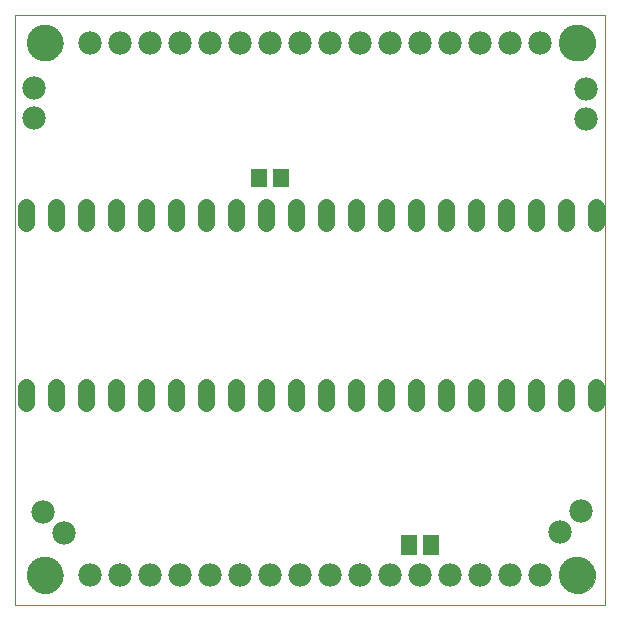
<source format=gbs>
G75*
%MOIN*%
%OFA0B0*%
%FSLAX24Y24*%
%IPPOS*%
%LPD*%
%AMOC8*
5,1,8,0,0,1.08239X$1,22.5*
%
%ADD10C,0.0000*%
%ADD11C,0.1221*%
%ADD12C,0.0780*%
%ADD13C,0.0560*%
%ADD14R,0.0552X0.0631*%
%ADD15R,0.0552X0.0670*%
D10*
X000255Y000100D02*
X000255Y019785D01*
X019940Y019785D01*
X019940Y000100D01*
X000255Y000100D01*
X000664Y001100D02*
X000666Y001148D01*
X000672Y001196D01*
X000682Y001243D01*
X000695Y001289D01*
X000713Y001334D01*
X000733Y001378D01*
X000758Y001420D01*
X000786Y001459D01*
X000816Y001496D01*
X000850Y001530D01*
X000887Y001562D01*
X000925Y001591D01*
X000966Y001616D01*
X001009Y001638D01*
X001054Y001656D01*
X001100Y001670D01*
X001147Y001681D01*
X001195Y001688D01*
X001243Y001691D01*
X001291Y001690D01*
X001339Y001685D01*
X001387Y001676D01*
X001433Y001664D01*
X001478Y001647D01*
X001522Y001627D01*
X001564Y001604D01*
X001604Y001577D01*
X001642Y001547D01*
X001677Y001514D01*
X001709Y001478D01*
X001739Y001440D01*
X001765Y001399D01*
X001787Y001356D01*
X001807Y001312D01*
X001822Y001267D01*
X001834Y001220D01*
X001842Y001172D01*
X001846Y001124D01*
X001846Y001076D01*
X001842Y001028D01*
X001834Y000980D01*
X001822Y000933D01*
X001807Y000888D01*
X001787Y000844D01*
X001765Y000801D01*
X001739Y000760D01*
X001709Y000722D01*
X001677Y000686D01*
X001642Y000653D01*
X001604Y000623D01*
X001564Y000596D01*
X001522Y000573D01*
X001478Y000553D01*
X001433Y000536D01*
X001387Y000524D01*
X001339Y000515D01*
X001291Y000510D01*
X001243Y000509D01*
X001195Y000512D01*
X001147Y000519D01*
X001100Y000530D01*
X001054Y000544D01*
X001009Y000562D01*
X000966Y000584D01*
X000925Y000609D01*
X000887Y000638D01*
X000850Y000670D01*
X000816Y000704D01*
X000786Y000741D01*
X000758Y000780D01*
X000733Y000822D01*
X000713Y000866D01*
X000695Y000911D01*
X000682Y000957D01*
X000672Y001004D01*
X000666Y001052D01*
X000664Y001100D01*
X000664Y018850D02*
X000666Y018898D01*
X000672Y018946D01*
X000682Y018993D01*
X000695Y019039D01*
X000713Y019084D01*
X000733Y019128D01*
X000758Y019170D01*
X000786Y019209D01*
X000816Y019246D01*
X000850Y019280D01*
X000887Y019312D01*
X000925Y019341D01*
X000966Y019366D01*
X001009Y019388D01*
X001054Y019406D01*
X001100Y019420D01*
X001147Y019431D01*
X001195Y019438D01*
X001243Y019441D01*
X001291Y019440D01*
X001339Y019435D01*
X001387Y019426D01*
X001433Y019414D01*
X001478Y019397D01*
X001522Y019377D01*
X001564Y019354D01*
X001604Y019327D01*
X001642Y019297D01*
X001677Y019264D01*
X001709Y019228D01*
X001739Y019190D01*
X001765Y019149D01*
X001787Y019106D01*
X001807Y019062D01*
X001822Y019017D01*
X001834Y018970D01*
X001842Y018922D01*
X001846Y018874D01*
X001846Y018826D01*
X001842Y018778D01*
X001834Y018730D01*
X001822Y018683D01*
X001807Y018638D01*
X001787Y018594D01*
X001765Y018551D01*
X001739Y018510D01*
X001709Y018472D01*
X001677Y018436D01*
X001642Y018403D01*
X001604Y018373D01*
X001564Y018346D01*
X001522Y018323D01*
X001478Y018303D01*
X001433Y018286D01*
X001387Y018274D01*
X001339Y018265D01*
X001291Y018260D01*
X001243Y018259D01*
X001195Y018262D01*
X001147Y018269D01*
X001100Y018280D01*
X001054Y018294D01*
X001009Y018312D01*
X000966Y018334D01*
X000925Y018359D01*
X000887Y018388D01*
X000850Y018420D01*
X000816Y018454D01*
X000786Y018491D01*
X000758Y018530D01*
X000733Y018572D01*
X000713Y018616D01*
X000695Y018661D01*
X000682Y018707D01*
X000672Y018754D01*
X000666Y018802D01*
X000664Y018850D01*
X018414Y018850D02*
X018416Y018898D01*
X018422Y018946D01*
X018432Y018993D01*
X018445Y019039D01*
X018463Y019084D01*
X018483Y019128D01*
X018508Y019170D01*
X018536Y019209D01*
X018566Y019246D01*
X018600Y019280D01*
X018637Y019312D01*
X018675Y019341D01*
X018716Y019366D01*
X018759Y019388D01*
X018804Y019406D01*
X018850Y019420D01*
X018897Y019431D01*
X018945Y019438D01*
X018993Y019441D01*
X019041Y019440D01*
X019089Y019435D01*
X019137Y019426D01*
X019183Y019414D01*
X019228Y019397D01*
X019272Y019377D01*
X019314Y019354D01*
X019354Y019327D01*
X019392Y019297D01*
X019427Y019264D01*
X019459Y019228D01*
X019489Y019190D01*
X019515Y019149D01*
X019537Y019106D01*
X019557Y019062D01*
X019572Y019017D01*
X019584Y018970D01*
X019592Y018922D01*
X019596Y018874D01*
X019596Y018826D01*
X019592Y018778D01*
X019584Y018730D01*
X019572Y018683D01*
X019557Y018638D01*
X019537Y018594D01*
X019515Y018551D01*
X019489Y018510D01*
X019459Y018472D01*
X019427Y018436D01*
X019392Y018403D01*
X019354Y018373D01*
X019314Y018346D01*
X019272Y018323D01*
X019228Y018303D01*
X019183Y018286D01*
X019137Y018274D01*
X019089Y018265D01*
X019041Y018260D01*
X018993Y018259D01*
X018945Y018262D01*
X018897Y018269D01*
X018850Y018280D01*
X018804Y018294D01*
X018759Y018312D01*
X018716Y018334D01*
X018675Y018359D01*
X018637Y018388D01*
X018600Y018420D01*
X018566Y018454D01*
X018536Y018491D01*
X018508Y018530D01*
X018483Y018572D01*
X018463Y018616D01*
X018445Y018661D01*
X018432Y018707D01*
X018422Y018754D01*
X018416Y018802D01*
X018414Y018850D01*
X018414Y001100D02*
X018416Y001148D01*
X018422Y001196D01*
X018432Y001243D01*
X018445Y001289D01*
X018463Y001334D01*
X018483Y001378D01*
X018508Y001420D01*
X018536Y001459D01*
X018566Y001496D01*
X018600Y001530D01*
X018637Y001562D01*
X018675Y001591D01*
X018716Y001616D01*
X018759Y001638D01*
X018804Y001656D01*
X018850Y001670D01*
X018897Y001681D01*
X018945Y001688D01*
X018993Y001691D01*
X019041Y001690D01*
X019089Y001685D01*
X019137Y001676D01*
X019183Y001664D01*
X019228Y001647D01*
X019272Y001627D01*
X019314Y001604D01*
X019354Y001577D01*
X019392Y001547D01*
X019427Y001514D01*
X019459Y001478D01*
X019489Y001440D01*
X019515Y001399D01*
X019537Y001356D01*
X019557Y001312D01*
X019572Y001267D01*
X019584Y001220D01*
X019592Y001172D01*
X019596Y001124D01*
X019596Y001076D01*
X019592Y001028D01*
X019584Y000980D01*
X019572Y000933D01*
X019557Y000888D01*
X019537Y000844D01*
X019515Y000801D01*
X019489Y000760D01*
X019459Y000722D01*
X019427Y000686D01*
X019392Y000653D01*
X019354Y000623D01*
X019314Y000596D01*
X019272Y000573D01*
X019228Y000553D01*
X019183Y000536D01*
X019137Y000524D01*
X019089Y000515D01*
X019041Y000510D01*
X018993Y000509D01*
X018945Y000512D01*
X018897Y000519D01*
X018850Y000530D01*
X018804Y000544D01*
X018759Y000562D01*
X018716Y000584D01*
X018675Y000609D01*
X018637Y000638D01*
X018600Y000670D01*
X018566Y000704D01*
X018536Y000741D01*
X018508Y000780D01*
X018483Y000822D01*
X018463Y000866D01*
X018445Y000911D01*
X018432Y000957D01*
X018422Y001004D01*
X018416Y001052D01*
X018414Y001100D01*
D11*
X019005Y001100D03*
X001255Y001100D03*
X001255Y018850D03*
X019005Y018850D03*
D12*
X017755Y018850D03*
X016755Y018850D03*
X015755Y018850D03*
X014755Y018850D03*
X013755Y018850D03*
X012755Y018850D03*
X011755Y018850D03*
X010755Y018850D03*
X009755Y018850D03*
X008755Y018850D03*
X007755Y018850D03*
X006755Y018850D03*
X005755Y018850D03*
X004755Y018850D03*
X003755Y018850D03*
X002755Y018850D03*
X000901Y017350D03*
X000901Y016350D03*
X001194Y003204D03*
X001901Y002496D03*
X002755Y001100D03*
X003755Y001100D03*
X004755Y001100D03*
X005755Y001100D03*
X006755Y001100D03*
X007755Y001100D03*
X008755Y001100D03*
X009755Y001100D03*
X010755Y001100D03*
X011755Y001100D03*
X012755Y001100D03*
X013755Y001100D03*
X014755Y001100D03*
X015755Y001100D03*
X016755Y001100D03*
X017755Y001100D03*
X018432Y002527D03*
X019139Y003234D03*
X019285Y016320D03*
X019285Y017320D03*
D13*
X019630Y013360D02*
X019630Y012840D01*
X018630Y012840D02*
X018630Y013360D01*
X017630Y013360D02*
X017630Y012840D01*
X016630Y012840D02*
X016630Y013360D01*
X015630Y013360D02*
X015630Y012840D01*
X014630Y012840D02*
X014630Y013360D01*
X013630Y013360D02*
X013630Y012840D01*
X012630Y012840D02*
X012630Y013360D01*
X011630Y013360D02*
X011630Y012840D01*
X010630Y012840D02*
X010630Y013360D01*
X009630Y013360D02*
X009630Y012840D01*
X008630Y012840D02*
X008630Y013360D01*
X007630Y013360D02*
X007630Y012840D01*
X006630Y012840D02*
X006630Y013360D01*
X005630Y013360D02*
X005630Y012840D01*
X004630Y012840D02*
X004630Y013360D01*
X003630Y013360D02*
X003630Y012840D01*
X002630Y012840D02*
X002630Y013360D01*
X001630Y013360D02*
X001630Y012840D01*
X000630Y012840D02*
X000630Y013360D01*
X000630Y007360D02*
X000630Y006840D01*
X001630Y006840D02*
X001630Y007360D01*
X002630Y007360D02*
X002630Y006840D01*
X003630Y006840D02*
X003630Y007360D01*
X004630Y007360D02*
X004630Y006840D01*
X005630Y006840D02*
X005630Y007360D01*
X006630Y007360D02*
X006630Y006840D01*
X007630Y006840D02*
X007630Y007360D01*
X008630Y007360D02*
X008630Y006840D01*
X009630Y006840D02*
X009630Y007360D01*
X010630Y007360D02*
X010630Y006840D01*
X011630Y006840D02*
X011630Y007360D01*
X012630Y007360D02*
X012630Y006840D01*
X013630Y006840D02*
X013630Y007360D01*
X014630Y007360D02*
X014630Y006840D01*
X015630Y006840D02*
X015630Y007360D01*
X016630Y007360D02*
X016630Y006840D01*
X017630Y006840D02*
X017630Y007360D01*
X018630Y007360D02*
X018630Y006840D01*
X019630Y006840D02*
X019630Y007360D01*
D14*
X009129Y014350D03*
X008381Y014350D03*
D15*
X013381Y002100D03*
X014129Y002100D03*
M02*

</source>
